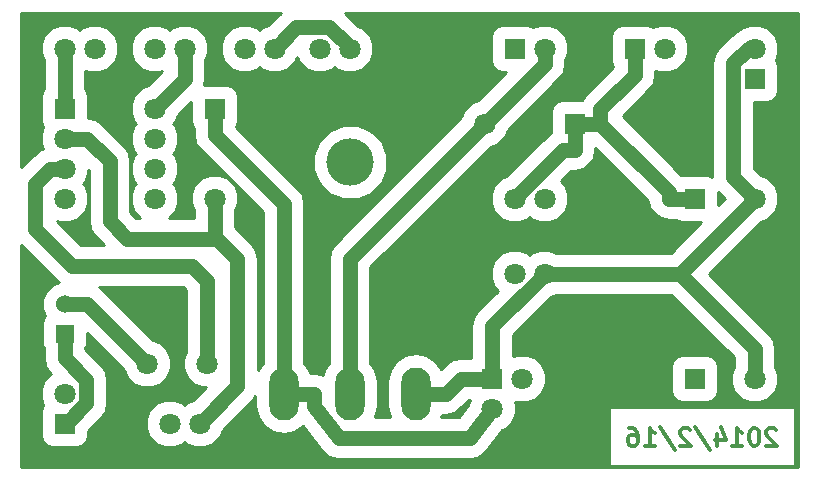
<source format=gbl>
G04 (created by PCBNEW (2013-jul-07)-stable) date 2014年08月03日 (週日) 20時36分34秒*
%MOIN*%
G04 Gerber Fmt 3.4, Leading zero omitted, Abs format*
%FSLAX34Y34*%
G01*
G70*
G90*
G04 APERTURE LIST*
%ADD10C,0.00590551*%
%ADD11C,0.0137795*%
%ADD12O,0.0984X0.1772*%
%ADD13C,0.1575*%
%ADD14R,0.06X0.06*%
%ADD15C,0.06*%
%ADD16R,0.07X0.07*%
%ADD17C,0.0708661*%
%ADD18R,0.0708661X0.0708661*%
%ADD19C,0.0511811*%
%ADD20C,0.01*%
G04 APERTURE END LIST*
G54D10*
G54D11*
X70724Y-49204D02*
X70696Y-49176D01*
X70640Y-49148D01*
X70499Y-49148D01*
X70443Y-49176D01*
X70415Y-49204D01*
X70387Y-49260D01*
X70387Y-49317D01*
X70415Y-49401D01*
X70752Y-49739D01*
X70387Y-49739D01*
X70021Y-49148D02*
X69965Y-49148D01*
X69909Y-49176D01*
X69881Y-49204D01*
X69852Y-49260D01*
X69824Y-49373D01*
X69824Y-49514D01*
X69852Y-49626D01*
X69881Y-49682D01*
X69909Y-49710D01*
X69965Y-49739D01*
X70021Y-49739D01*
X70077Y-49710D01*
X70106Y-49682D01*
X70134Y-49626D01*
X70162Y-49514D01*
X70162Y-49373D01*
X70134Y-49260D01*
X70106Y-49204D01*
X70077Y-49176D01*
X70021Y-49148D01*
X69262Y-49739D02*
X69599Y-49739D01*
X69431Y-49739D02*
X69431Y-49148D01*
X69487Y-49232D01*
X69543Y-49289D01*
X69599Y-49317D01*
X68756Y-49345D02*
X68756Y-49739D01*
X68896Y-49120D02*
X69037Y-49542D01*
X68671Y-49542D01*
X68025Y-49120D02*
X68531Y-49879D01*
X67856Y-49204D02*
X67828Y-49176D01*
X67771Y-49148D01*
X67631Y-49148D01*
X67575Y-49176D01*
X67546Y-49204D01*
X67518Y-49260D01*
X67518Y-49317D01*
X67546Y-49401D01*
X67884Y-49739D01*
X67518Y-49739D01*
X66843Y-49120D02*
X67350Y-49879D01*
X66337Y-49739D02*
X66675Y-49739D01*
X66506Y-49739D02*
X66506Y-49148D01*
X66562Y-49232D01*
X66618Y-49289D01*
X66675Y-49317D01*
X65831Y-49148D02*
X65944Y-49148D01*
X66000Y-49176D01*
X66028Y-49204D01*
X66084Y-49289D01*
X66112Y-49401D01*
X66112Y-49626D01*
X66084Y-49682D01*
X66056Y-49710D01*
X66000Y-49739D01*
X65887Y-49739D01*
X65831Y-49710D01*
X65803Y-49682D01*
X65775Y-49626D01*
X65775Y-49485D01*
X65803Y-49429D01*
X65831Y-49401D01*
X65887Y-49373D01*
X66000Y-49373D01*
X66056Y-49401D01*
X66084Y-49429D01*
X66112Y-49485D01*
G54D12*
X56500Y-48000D03*
X54300Y-48000D03*
X58700Y-48000D03*
G54D13*
X56525Y-40295D03*
G54D14*
X47000Y-46000D03*
G54D15*
X47000Y-45000D03*
G54D16*
X68000Y-41500D03*
G54D17*
X70000Y-41500D03*
G54D16*
X68000Y-47500D03*
G54D17*
X70000Y-47500D03*
G54D18*
X52000Y-38500D03*
G54D17*
X52000Y-41500D03*
G54D18*
X64000Y-39000D03*
G54D17*
X61000Y-39000D03*
G54D18*
X62000Y-36500D03*
G54D17*
X63000Y-36500D03*
G54D18*
X66000Y-36500D03*
G54D17*
X67000Y-36500D03*
X48000Y-36500D03*
X47000Y-36500D03*
X51500Y-49000D03*
X50500Y-49000D03*
X50000Y-36500D03*
X51000Y-36500D03*
X62000Y-41500D03*
X63000Y-41500D03*
X62000Y-44000D03*
X63000Y-44000D03*
G54D18*
X47000Y-38500D03*
G54D17*
X47000Y-39500D03*
X47000Y-40500D03*
X47000Y-41500D03*
X50000Y-41500D03*
X50000Y-40500D03*
X50000Y-39500D03*
X50000Y-38500D03*
G54D18*
X47000Y-49000D03*
G54D17*
X47000Y-48000D03*
G54D18*
X70000Y-37500D03*
G54D17*
X70000Y-36500D03*
X55500Y-36500D03*
X56500Y-36500D03*
X53000Y-36500D03*
X54000Y-36500D03*
X62250Y-47500D03*
G54D18*
X61250Y-47500D03*
G54D17*
X61250Y-48500D03*
X51750Y-47000D03*
X49750Y-47000D03*
G54D19*
X60203Y-47500D02*
X59703Y-48000D01*
X61250Y-47500D02*
X60203Y-47500D01*
X58700Y-48000D02*
X59703Y-48000D01*
X69289Y-40789D02*
X70000Y-41500D01*
X69289Y-36988D02*
X69289Y-40789D01*
X69777Y-36500D02*
X69289Y-36988D01*
X70000Y-36500D02*
X69777Y-36500D01*
X47750Y-45000D02*
X47000Y-45000D01*
X49750Y-47000D02*
X47750Y-45000D01*
X61250Y-45754D02*
X61250Y-47500D01*
X63000Y-44004D02*
X61250Y-45754D01*
X63000Y-44000D02*
X63000Y-44004D01*
X70000Y-46500D02*
X70000Y-47500D01*
X67500Y-44000D02*
X70000Y-46500D01*
X63000Y-44000D02*
X67500Y-44000D01*
X67500Y-44000D02*
X70000Y-41500D01*
X56500Y-36452D02*
X56500Y-36500D01*
X55827Y-35779D02*
X56500Y-36452D01*
X54720Y-35779D02*
X55827Y-35779D01*
X54000Y-36500D02*
X54720Y-35779D01*
X47722Y-47534D02*
X47000Y-46811D01*
X47000Y-46000D02*
X47000Y-46811D01*
X47000Y-49000D02*
X47043Y-49000D01*
X47043Y-49000D02*
X47722Y-48321D01*
X47722Y-48321D02*
X47722Y-47534D01*
X47000Y-40500D02*
X46500Y-40500D01*
X51750Y-45250D02*
X51750Y-47000D01*
X51750Y-44250D02*
X51750Y-45250D01*
X51250Y-43750D02*
X51750Y-44250D01*
X47250Y-43750D02*
X51250Y-43750D01*
X46000Y-42500D02*
X47250Y-43750D01*
X46000Y-41000D02*
X46000Y-42500D01*
X46500Y-40500D02*
X46000Y-41000D01*
X51000Y-37500D02*
X51000Y-36500D01*
X50000Y-38500D02*
X51000Y-37500D01*
X63602Y-39866D02*
X64000Y-39866D01*
X62000Y-41468D02*
X63602Y-39866D01*
X62000Y-41500D02*
X62000Y-41468D01*
X64000Y-39000D02*
X64000Y-39866D01*
X64866Y-38500D02*
X64866Y-39000D01*
X66000Y-37366D02*
X64866Y-38500D01*
X66000Y-36500D02*
X66000Y-37366D01*
X64000Y-39000D02*
X64433Y-39000D01*
X64433Y-39000D02*
X64866Y-39000D01*
X67138Y-41272D02*
X67138Y-41500D01*
X64866Y-39000D02*
X67138Y-41272D01*
X68000Y-41500D02*
X67138Y-41500D01*
X63000Y-37000D02*
X61000Y-39000D01*
X63000Y-36500D02*
X63000Y-37000D01*
X56500Y-43500D02*
X56500Y-48000D01*
X61000Y-39000D02*
X56500Y-43500D01*
X55303Y-48404D02*
X55303Y-48000D01*
X56145Y-49496D02*
X55303Y-48404D01*
X60503Y-49496D02*
X56145Y-49496D01*
X61250Y-48500D02*
X60503Y-49496D01*
X54300Y-48000D02*
X55303Y-48000D01*
X54300Y-41666D02*
X54300Y-48000D01*
X52000Y-39366D02*
X54300Y-41666D01*
X52000Y-38500D02*
X52000Y-39366D01*
X47000Y-38500D02*
X47000Y-36500D01*
X52000Y-42839D02*
X52089Y-42839D01*
X52750Y-47750D02*
X51500Y-49000D01*
X52750Y-43500D02*
X52750Y-47750D01*
X52089Y-42839D02*
X52750Y-43500D01*
X47000Y-39500D02*
X47750Y-39500D01*
X49089Y-42839D02*
X52000Y-42839D01*
X48500Y-42250D02*
X49089Y-42839D01*
X48500Y-40250D02*
X48500Y-42250D01*
X47750Y-39500D02*
X48500Y-40250D01*
X52000Y-41500D02*
X52000Y-42839D01*
G54D10*
G36*
X48311Y-43050D02*
X47539Y-43050D01*
X46749Y-42260D01*
X46840Y-42297D01*
X47158Y-42298D01*
X47451Y-42176D01*
X47676Y-41952D01*
X47797Y-41659D01*
X47798Y-41341D01*
X47676Y-41048D01*
X47628Y-41000D01*
X47676Y-40952D01*
X47797Y-40659D01*
X47797Y-40537D01*
X47800Y-40539D01*
X47800Y-42250D01*
X47853Y-42517D01*
X48005Y-42744D01*
X48311Y-43050D01*
X48311Y-43050D01*
G37*
G54D20*
X48311Y-43050D02*
X47539Y-43050D01*
X46749Y-42260D01*
X46840Y-42297D01*
X47158Y-42298D01*
X47451Y-42176D01*
X47676Y-41952D01*
X47797Y-41659D01*
X47798Y-41341D01*
X47676Y-41048D01*
X47628Y-41000D01*
X47676Y-40952D01*
X47797Y-40659D01*
X47797Y-40537D01*
X47800Y-40539D01*
X47800Y-42250D01*
X47853Y-42517D01*
X48005Y-42744D01*
X48311Y-43050D01*
G54D10*
G36*
X53600Y-46975D02*
X53449Y-47200D01*
X53449Y-43500D01*
X53396Y-43232D01*
X53396Y-43232D01*
X53244Y-43005D01*
X52699Y-42460D01*
X52699Y-41896D01*
X52797Y-41659D01*
X52798Y-41341D01*
X52676Y-41048D01*
X52452Y-40823D01*
X52159Y-40702D01*
X51841Y-40701D01*
X51548Y-40823D01*
X51323Y-41047D01*
X51202Y-41340D01*
X51201Y-41658D01*
X51300Y-41896D01*
X51300Y-42140D01*
X50488Y-42140D01*
X50676Y-41952D01*
X50797Y-41659D01*
X50798Y-41341D01*
X50676Y-41048D01*
X50628Y-41000D01*
X50676Y-40952D01*
X50797Y-40659D01*
X50798Y-40341D01*
X50676Y-40048D01*
X50628Y-40000D01*
X50676Y-39952D01*
X50797Y-39659D01*
X50798Y-39341D01*
X50676Y-39048D01*
X50628Y-39000D01*
X50676Y-38952D01*
X50775Y-38714D01*
X51201Y-38287D01*
X51201Y-38942D01*
X51269Y-39105D01*
X51300Y-39136D01*
X51300Y-39366D01*
X51353Y-39633D01*
X51505Y-39860D01*
X53600Y-41955D01*
X53600Y-46975D01*
X53600Y-46975D01*
G37*
G54D20*
X53600Y-46975D02*
X53449Y-47200D01*
X53449Y-43500D01*
X53396Y-43232D01*
X53396Y-43232D01*
X53244Y-43005D01*
X52699Y-42460D01*
X52699Y-41896D01*
X52797Y-41659D01*
X52798Y-41341D01*
X52676Y-41048D01*
X52452Y-40823D01*
X52159Y-40702D01*
X51841Y-40701D01*
X51548Y-40823D01*
X51323Y-41047D01*
X51202Y-41340D01*
X51201Y-41658D01*
X51300Y-41896D01*
X51300Y-42140D01*
X50488Y-42140D01*
X50676Y-41952D01*
X50797Y-41659D01*
X50798Y-41341D01*
X50676Y-41048D01*
X50628Y-41000D01*
X50676Y-40952D01*
X50797Y-40659D01*
X50798Y-40341D01*
X50676Y-40048D01*
X50628Y-40000D01*
X50676Y-39952D01*
X50797Y-39659D01*
X50798Y-39341D01*
X50676Y-39048D01*
X50628Y-39000D01*
X50676Y-38952D01*
X50775Y-38714D01*
X51201Y-38287D01*
X51201Y-38942D01*
X51269Y-39105D01*
X51300Y-39136D01*
X51300Y-39366D01*
X51353Y-39633D01*
X51505Y-39860D01*
X53600Y-41955D01*
X53600Y-46975D01*
G54D10*
G36*
X60510Y-48199D02*
X60452Y-48340D01*
X60452Y-48398D01*
X60153Y-48797D01*
X59551Y-48797D01*
X59564Y-48778D01*
X59580Y-48699D01*
X59703Y-48699D01*
X59971Y-48646D01*
X59971Y-48646D01*
X60198Y-48494D01*
X60493Y-48199D01*
X60510Y-48199D01*
X60510Y-48199D01*
G37*
G54D20*
X60510Y-48199D02*
X60452Y-48340D01*
X60452Y-48398D01*
X60153Y-48797D01*
X59551Y-48797D01*
X59564Y-48778D01*
X59580Y-48699D01*
X59703Y-48699D01*
X59971Y-48646D01*
X59971Y-48646D01*
X60198Y-48494D01*
X60493Y-48199D01*
X60510Y-48199D01*
G54D10*
G36*
X69010Y-41500D02*
X68793Y-41716D01*
X68793Y-41282D01*
X68794Y-41284D01*
X69010Y-41500D01*
X69010Y-41500D01*
G37*
G54D20*
X69010Y-41500D02*
X68793Y-41716D01*
X68793Y-41282D01*
X68794Y-41284D01*
X69010Y-41500D01*
G54D10*
G36*
X71450Y-50450D02*
X71349Y-50450D01*
X71349Y-50425D01*
X71349Y-48436D01*
X68793Y-48436D01*
X68793Y-47938D01*
X68793Y-47761D01*
X68793Y-47061D01*
X68726Y-46898D01*
X68601Y-46773D01*
X68438Y-46706D01*
X68261Y-46706D01*
X67561Y-46706D01*
X67398Y-46773D01*
X67273Y-46898D01*
X67206Y-47061D01*
X67206Y-47238D01*
X67206Y-47938D01*
X67273Y-48101D01*
X67398Y-48226D01*
X67561Y-48293D01*
X67738Y-48293D01*
X68438Y-48293D01*
X68601Y-48226D01*
X68726Y-48101D01*
X68793Y-47938D01*
X68793Y-48436D01*
X65150Y-48436D01*
X65150Y-50425D01*
X71349Y-50425D01*
X71349Y-50450D01*
X45550Y-50450D01*
X45550Y-43039D01*
X46755Y-44244D01*
X46803Y-44276D01*
X46579Y-44369D01*
X46369Y-44578D01*
X46256Y-44851D01*
X46256Y-45147D01*
X46364Y-45408D01*
X46323Y-45448D01*
X46256Y-45611D01*
X46256Y-45788D01*
X46256Y-46388D01*
X46300Y-46494D01*
X46300Y-46811D01*
X46353Y-47079D01*
X46505Y-47306D01*
X46535Y-47336D01*
X46323Y-47547D01*
X46202Y-47840D01*
X46201Y-48158D01*
X46290Y-48373D01*
X46269Y-48394D01*
X46201Y-48557D01*
X46201Y-48733D01*
X46201Y-49442D01*
X46269Y-49605D01*
X46394Y-49730D01*
X46557Y-49798D01*
X46733Y-49798D01*
X47442Y-49798D01*
X47605Y-49730D01*
X47730Y-49605D01*
X47798Y-49442D01*
X47798Y-49266D01*
X47798Y-49235D01*
X48217Y-48815D01*
X48217Y-48815D01*
X48217Y-48815D01*
X48293Y-48702D01*
X48369Y-48588D01*
X48369Y-48588D01*
X48422Y-48321D01*
X48422Y-48321D01*
X48422Y-48321D01*
X48422Y-47534D01*
X48369Y-47266D01*
X48369Y-47266D01*
X48217Y-47039D01*
X47699Y-46522D01*
X47699Y-46494D01*
X47743Y-46388D01*
X47743Y-46211D01*
X47743Y-45983D01*
X48975Y-47214D01*
X49073Y-47451D01*
X49297Y-47676D01*
X49590Y-47797D01*
X49908Y-47798D01*
X50201Y-47676D01*
X50426Y-47452D01*
X50547Y-47159D01*
X50548Y-46841D01*
X50426Y-46548D01*
X50202Y-46323D01*
X49964Y-46224D01*
X48244Y-44505D01*
X48161Y-44449D01*
X50960Y-44449D01*
X51050Y-44539D01*
X51050Y-45250D01*
X51050Y-46603D01*
X50952Y-46840D01*
X50951Y-47158D01*
X51073Y-47451D01*
X51297Y-47676D01*
X51590Y-47797D01*
X51712Y-47797D01*
X51285Y-48225D01*
X51048Y-48323D01*
X51000Y-48371D01*
X50952Y-48323D01*
X50659Y-48202D01*
X50341Y-48201D01*
X50048Y-48323D01*
X49823Y-48547D01*
X49702Y-48840D01*
X49701Y-49158D01*
X49823Y-49451D01*
X50047Y-49676D01*
X50340Y-49797D01*
X50658Y-49798D01*
X50951Y-49676D01*
X50999Y-49628D01*
X51047Y-49676D01*
X51340Y-49797D01*
X51658Y-49798D01*
X51951Y-49676D01*
X52176Y-49452D01*
X52275Y-49214D01*
X53244Y-48244D01*
X53364Y-48065D01*
X53364Y-48420D01*
X53435Y-48778D01*
X53638Y-49081D01*
X53941Y-49284D01*
X54300Y-49355D01*
X54658Y-49284D01*
X54948Y-49090D01*
X55591Y-49923D01*
X55625Y-49953D01*
X55650Y-49991D01*
X55727Y-50042D01*
X55797Y-50103D01*
X55840Y-50117D01*
X55877Y-50143D01*
X55968Y-50161D01*
X56055Y-50190D01*
X56101Y-50187D01*
X56145Y-50196D01*
X60503Y-50196D01*
X60552Y-50186D01*
X60602Y-50189D01*
X60685Y-50160D01*
X60771Y-50143D01*
X60812Y-50115D01*
X60860Y-50098D01*
X60925Y-50039D01*
X60998Y-49991D01*
X61025Y-49949D01*
X61063Y-49916D01*
X61579Y-49227D01*
X61701Y-49176D01*
X61926Y-48952D01*
X62047Y-48659D01*
X62048Y-48341D01*
X62017Y-48267D01*
X62090Y-48297D01*
X62408Y-48298D01*
X62701Y-48176D01*
X62926Y-47952D01*
X63047Y-47659D01*
X63048Y-47341D01*
X62926Y-47048D01*
X62702Y-46823D01*
X62409Y-46702D01*
X62091Y-46701D01*
X61949Y-46760D01*
X61949Y-46044D01*
X63222Y-44771D01*
X63396Y-44699D01*
X67210Y-44699D01*
X69300Y-46789D01*
X69300Y-47103D01*
X69202Y-47340D01*
X69201Y-47658D01*
X69323Y-47951D01*
X69547Y-48176D01*
X69840Y-48297D01*
X70158Y-48298D01*
X70451Y-48176D01*
X70676Y-47952D01*
X70797Y-47659D01*
X70798Y-47341D01*
X70699Y-47103D01*
X70699Y-46500D01*
X70646Y-46232D01*
X70646Y-46232D01*
X70494Y-46005D01*
X68489Y-44000D01*
X70214Y-42274D01*
X70451Y-42176D01*
X70676Y-41952D01*
X70797Y-41659D01*
X70798Y-41341D01*
X70676Y-41048D01*
X70452Y-40823D01*
X70214Y-40724D01*
X69989Y-40499D01*
X69989Y-38298D01*
X70442Y-38298D01*
X70605Y-38230D01*
X70730Y-38105D01*
X70798Y-37942D01*
X70798Y-37766D01*
X70798Y-37057D01*
X70730Y-36894D01*
X70709Y-36873D01*
X70797Y-36659D01*
X70798Y-36341D01*
X70676Y-36048D01*
X70452Y-35823D01*
X70159Y-35702D01*
X69841Y-35701D01*
X69548Y-35823D01*
X69519Y-35851D01*
X69510Y-35853D01*
X69283Y-36005D01*
X69283Y-36005D01*
X68794Y-36493D01*
X68643Y-36720D01*
X68590Y-36988D01*
X68590Y-40769D01*
X68438Y-40706D01*
X68261Y-40706D01*
X67561Y-40706D01*
X65605Y-38750D01*
X66494Y-37860D01*
X66646Y-37633D01*
X66646Y-37633D01*
X66699Y-37366D01*
X66699Y-37239D01*
X66840Y-37297D01*
X67158Y-37298D01*
X67451Y-37176D01*
X67676Y-36952D01*
X67797Y-36659D01*
X67798Y-36341D01*
X67676Y-36048D01*
X67452Y-35823D01*
X67159Y-35702D01*
X66841Y-35701D01*
X66626Y-35790D01*
X66605Y-35769D01*
X66442Y-35701D01*
X66266Y-35701D01*
X65557Y-35701D01*
X65394Y-35769D01*
X65269Y-35894D01*
X65201Y-36057D01*
X65201Y-36233D01*
X65201Y-36942D01*
X65269Y-37105D01*
X65270Y-37106D01*
X64371Y-38005D01*
X64240Y-38201D01*
X63557Y-38201D01*
X63394Y-38269D01*
X63269Y-38394D01*
X63201Y-38557D01*
X63201Y-38733D01*
X63201Y-39308D01*
X63107Y-39371D01*
X61732Y-40747D01*
X61548Y-40823D01*
X61323Y-41047D01*
X61202Y-41340D01*
X61201Y-41658D01*
X61323Y-41951D01*
X61547Y-42176D01*
X61840Y-42297D01*
X62158Y-42298D01*
X62451Y-42176D01*
X62499Y-42128D01*
X62547Y-42176D01*
X62840Y-42297D01*
X63158Y-42298D01*
X63451Y-42176D01*
X63676Y-41952D01*
X63797Y-41659D01*
X63798Y-41341D01*
X63676Y-41048D01*
X63543Y-40914D01*
X63892Y-40565D01*
X64000Y-40565D01*
X64267Y-40512D01*
X64494Y-40360D01*
X64646Y-40133D01*
X64699Y-39866D01*
X64699Y-39822D01*
X66453Y-41577D01*
X66491Y-41767D01*
X66643Y-41994D01*
X66870Y-42146D01*
X67138Y-42199D01*
X67372Y-42199D01*
X67398Y-42226D01*
X67561Y-42293D01*
X67738Y-42293D01*
X68216Y-42293D01*
X67210Y-43300D01*
X63396Y-43300D01*
X63159Y-43202D01*
X62841Y-43201D01*
X62548Y-43323D01*
X62500Y-43371D01*
X62452Y-43323D01*
X62159Y-43202D01*
X61841Y-43201D01*
X61548Y-43323D01*
X61323Y-43547D01*
X61202Y-43840D01*
X61201Y-44158D01*
X61323Y-44451D01*
X61443Y-44571D01*
X60755Y-45260D01*
X60603Y-45486D01*
X60550Y-45754D01*
X60550Y-46800D01*
X60203Y-46800D01*
X59936Y-46853D01*
X59709Y-47005D01*
X59535Y-47178D01*
X59361Y-46918D01*
X59058Y-46715D01*
X58700Y-46644D01*
X58341Y-46715D01*
X58038Y-46918D01*
X57835Y-47221D01*
X57764Y-47579D01*
X57764Y-48420D01*
X57835Y-48778D01*
X57848Y-48797D01*
X57351Y-48797D01*
X57364Y-48778D01*
X57435Y-48420D01*
X57435Y-47579D01*
X57364Y-47221D01*
X57199Y-46975D01*
X57199Y-43789D01*
X61214Y-39774D01*
X61451Y-39676D01*
X61676Y-39452D01*
X61775Y-39214D01*
X63494Y-37494D01*
X63646Y-37267D01*
X63646Y-37267D01*
X63699Y-37000D01*
X63699Y-36896D01*
X63797Y-36659D01*
X63798Y-36341D01*
X63676Y-36048D01*
X63452Y-35823D01*
X63159Y-35702D01*
X62841Y-35701D01*
X62626Y-35790D01*
X62605Y-35769D01*
X62442Y-35701D01*
X62266Y-35701D01*
X61557Y-35701D01*
X61394Y-35769D01*
X61269Y-35894D01*
X61201Y-36057D01*
X61201Y-36233D01*
X61201Y-36942D01*
X61269Y-37105D01*
X61394Y-37230D01*
X61557Y-37298D01*
X61712Y-37298D01*
X60785Y-38225D01*
X60548Y-38323D01*
X60323Y-38547D01*
X60224Y-38785D01*
X57756Y-41254D01*
X57756Y-40051D01*
X57569Y-39598D01*
X57223Y-39251D01*
X56770Y-39064D01*
X56281Y-39063D01*
X55828Y-39250D01*
X55481Y-39596D01*
X55294Y-40049D01*
X55293Y-40538D01*
X55480Y-40991D01*
X55826Y-41338D01*
X56279Y-41525D01*
X56768Y-41526D01*
X57221Y-41339D01*
X57568Y-40993D01*
X57755Y-40540D01*
X57756Y-40051D01*
X57756Y-41254D01*
X56005Y-43005D01*
X55853Y-43232D01*
X55800Y-43500D01*
X55800Y-46975D01*
X55635Y-47221D01*
X55604Y-47375D01*
X55571Y-47353D01*
X55303Y-47300D01*
X55180Y-47300D01*
X55164Y-47221D01*
X54999Y-46975D01*
X54999Y-41666D01*
X54999Y-41666D01*
X54999Y-41666D01*
X54946Y-41398D01*
X54946Y-41398D01*
X54870Y-41284D01*
X54794Y-41171D01*
X54794Y-41171D01*
X54794Y-41171D01*
X52729Y-39106D01*
X52730Y-39105D01*
X52798Y-38942D01*
X52798Y-38766D01*
X52798Y-38057D01*
X52730Y-37894D01*
X52605Y-37769D01*
X52442Y-37701D01*
X52266Y-37701D01*
X51659Y-37701D01*
X51699Y-37500D01*
X51699Y-36896D01*
X51797Y-36659D01*
X51798Y-36341D01*
X51676Y-36048D01*
X51452Y-35823D01*
X51159Y-35702D01*
X50841Y-35701D01*
X50548Y-35823D01*
X50500Y-35871D01*
X50452Y-35823D01*
X50159Y-35702D01*
X49841Y-35701D01*
X49548Y-35823D01*
X49323Y-36047D01*
X49202Y-36340D01*
X49201Y-36658D01*
X49323Y-36951D01*
X49547Y-37176D01*
X49840Y-37297D01*
X50158Y-37298D01*
X50250Y-37259D01*
X49785Y-37725D01*
X49548Y-37823D01*
X49323Y-38047D01*
X49202Y-38340D01*
X49201Y-38658D01*
X49323Y-38951D01*
X49371Y-38999D01*
X49323Y-39047D01*
X49202Y-39340D01*
X49201Y-39658D01*
X49323Y-39951D01*
X49371Y-39999D01*
X49323Y-40047D01*
X49202Y-40340D01*
X49201Y-40658D01*
X49323Y-40951D01*
X49371Y-40999D01*
X49323Y-41047D01*
X49202Y-41340D01*
X49201Y-41658D01*
X49323Y-41951D01*
X49511Y-42140D01*
X49379Y-42140D01*
X49199Y-41960D01*
X49199Y-40250D01*
X49146Y-39982D01*
X49146Y-39982D01*
X48994Y-39755D01*
X48244Y-39005D01*
X48017Y-38853D01*
X47798Y-38809D01*
X47798Y-38766D01*
X47798Y-38057D01*
X47730Y-37894D01*
X47699Y-37863D01*
X47699Y-37239D01*
X47840Y-37297D01*
X48158Y-37298D01*
X48451Y-37176D01*
X48676Y-36952D01*
X48797Y-36659D01*
X48798Y-36341D01*
X48676Y-36048D01*
X48452Y-35823D01*
X48159Y-35702D01*
X47841Y-35701D01*
X47548Y-35823D01*
X47500Y-35871D01*
X47452Y-35823D01*
X47159Y-35702D01*
X46841Y-35701D01*
X46548Y-35823D01*
X46323Y-36047D01*
X46202Y-36340D01*
X46201Y-36658D01*
X46300Y-36896D01*
X46300Y-37863D01*
X46269Y-37894D01*
X46201Y-38057D01*
X46201Y-38233D01*
X46201Y-38942D01*
X46269Y-39105D01*
X46290Y-39126D01*
X46202Y-39340D01*
X46201Y-39658D01*
X46278Y-39844D01*
X46278Y-39844D01*
X46232Y-39853D01*
X46005Y-40005D01*
X45550Y-40460D01*
X45550Y-35300D01*
X54210Y-35300D01*
X53785Y-35725D01*
X53548Y-35823D01*
X53500Y-35871D01*
X53452Y-35823D01*
X53159Y-35702D01*
X52841Y-35701D01*
X52548Y-35823D01*
X52323Y-36047D01*
X52202Y-36340D01*
X52201Y-36658D01*
X52323Y-36951D01*
X52547Y-37176D01*
X52840Y-37297D01*
X53158Y-37298D01*
X53451Y-37176D01*
X53499Y-37128D01*
X53547Y-37176D01*
X53840Y-37297D01*
X54158Y-37298D01*
X54451Y-37176D01*
X54676Y-36952D01*
X54750Y-36774D01*
X54823Y-36951D01*
X55047Y-37176D01*
X55340Y-37297D01*
X55658Y-37298D01*
X55951Y-37176D01*
X55999Y-37128D01*
X56047Y-37176D01*
X56340Y-37297D01*
X56658Y-37298D01*
X56951Y-37176D01*
X57176Y-36952D01*
X57297Y-36659D01*
X57298Y-36341D01*
X57176Y-36048D01*
X56952Y-35823D01*
X56796Y-35758D01*
X56337Y-35300D01*
X71450Y-35300D01*
X71450Y-50450D01*
X71450Y-50450D01*
G37*
G54D20*
X71450Y-50450D02*
X71349Y-50450D01*
X71349Y-50425D01*
X71349Y-48436D01*
X68793Y-48436D01*
X68793Y-47938D01*
X68793Y-47761D01*
X68793Y-47061D01*
X68726Y-46898D01*
X68601Y-46773D01*
X68438Y-46706D01*
X68261Y-46706D01*
X67561Y-46706D01*
X67398Y-46773D01*
X67273Y-46898D01*
X67206Y-47061D01*
X67206Y-47238D01*
X67206Y-47938D01*
X67273Y-48101D01*
X67398Y-48226D01*
X67561Y-48293D01*
X67738Y-48293D01*
X68438Y-48293D01*
X68601Y-48226D01*
X68726Y-48101D01*
X68793Y-47938D01*
X68793Y-48436D01*
X65150Y-48436D01*
X65150Y-50425D01*
X71349Y-50425D01*
X71349Y-50450D01*
X45550Y-50450D01*
X45550Y-43039D01*
X46755Y-44244D01*
X46803Y-44276D01*
X46579Y-44369D01*
X46369Y-44578D01*
X46256Y-44851D01*
X46256Y-45147D01*
X46364Y-45408D01*
X46323Y-45448D01*
X46256Y-45611D01*
X46256Y-45788D01*
X46256Y-46388D01*
X46300Y-46494D01*
X46300Y-46811D01*
X46353Y-47079D01*
X46505Y-47306D01*
X46535Y-47336D01*
X46323Y-47547D01*
X46202Y-47840D01*
X46201Y-48158D01*
X46290Y-48373D01*
X46269Y-48394D01*
X46201Y-48557D01*
X46201Y-48733D01*
X46201Y-49442D01*
X46269Y-49605D01*
X46394Y-49730D01*
X46557Y-49798D01*
X46733Y-49798D01*
X47442Y-49798D01*
X47605Y-49730D01*
X47730Y-49605D01*
X47798Y-49442D01*
X47798Y-49266D01*
X47798Y-49235D01*
X48217Y-48815D01*
X48217Y-48815D01*
X48217Y-48815D01*
X48293Y-48702D01*
X48369Y-48588D01*
X48369Y-48588D01*
X48422Y-48321D01*
X48422Y-48321D01*
X48422Y-48321D01*
X48422Y-47534D01*
X48369Y-47266D01*
X48369Y-47266D01*
X48217Y-47039D01*
X47699Y-46522D01*
X47699Y-46494D01*
X47743Y-46388D01*
X47743Y-46211D01*
X47743Y-45983D01*
X48975Y-47214D01*
X49073Y-47451D01*
X49297Y-47676D01*
X49590Y-47797D01*
X49908Y-47798D01*
X50201Y-47676D01*
X50426Y-47452D01*
X50547Y-47159D01*
X50548Y-46841D01*
X50426Y-46548D01*
X50202Y-46323D01*
X49964Y-46224D01*
X48244Y-44505D01*
X48161Y-44449D01*
X50960Y-44449D01*
X51050Y-44539D01*
X51050Y-45250D01*
X51050Y-46603D01*
X50952Y-46840D01*
X50951Y-47158D01*
X51073Y-47451D01*
X51297Y-47676D01*
X51590Y-47797D01*
X51712Y-47797D01*
X51285Y-48225D01*
X51048Y-48323D01*
X51000Y-48371D01*
X50952Y-48323D01*
X50659Y-48202D01*
X50341Y-48201D01*
X50048Y-48323D01*
X49823Y-48547D01*
X49702Y-48840D01*
X49701Y-49158D01*
X49823Y-49451D01*
X50047Y-49676D01*
X50340Y-49797D01*
X50658Y-49798D01*
X50951Y-49676D01*
X50999Y-49628D01*
X51047Y-49676D01*
X51340Y-49797D01*
X51658Y-49798D01*
X51951Y-49676D01*
X52176Y-49452D01*
X52275Y-49214D01*
X53244Y-48244D01*
X53364Y-48065D01*
X53364Y-48420D01*
X53435Y-48778D01*
X53638Y-49081D01*
X53941Y-49284D01*
X54300Y-49355D01*
X54658Y-49284D01*
X54948Y-49090D01*
X55591Y-49923D01*
X55625Y-49953D01*
X55650Y-49991D01*
X55727Y-50042D01*
X55797Y-50103D01*
X55840Y-50117D01*
X55877Y-50143D01*
X55968Y-50161D01*
X56055Y-50190D01*
X56101Y-50187D01*
X56145Y-50196D01*
X60503Y-50196D01*
X60552Y-50186D01*
X60602Y-50189D01*
X60685Y-50160D01*
X60771Y-50143D01*
X60812Y-50115D01*
X60860Y-50098D01*
X60925Y-50039D01*
X60998Y-49991D01*
X61025Y-49949D01*
X61063Y-49916D01*
X61579Y-49227D01*
X61701Y-49176D01*
X61926Y-48952D01*
X62047Y-48659D01*
X62048Y-48341D01*
X62017Y-48267D01*
X62090Y-48297D01*
X62408Y-48298D01*
X62701Y-48176D01*
X62926Y-47952D01*
X63047Y-47659D01*
X63048Y-47341D01*
X62926Y-47048D01*
X62702Y-46823D01*
X62409Y-46702D01*
X62091Y-46701D01*
X61949Y-46760D01*
X61949Y-46044D01*
X63222Y-44771D01*
X63396Y-44699D01*
X67210Y-44699D01*
X69300Y-46789D01*
X69300Y-47103D01*
X69202Y-47340D01*
X69201Y-47658D01*
X69323Y-47951D01*
X69547Y-48176D01*
X69840Y-48297D01*
X70158Y-48298D01*
X70451Y-48176D01*
X70676Y-47952D01*
X70797Y-47659D01*
X70798Y-47341D01*
X70699Y-47103D01*
X70699Y-46500D01*
X70646Y-46232D01*
X70646Y-46232D01*
X70494Y-46005D01*
X68489Y-44000D01*
X70214Y-42274D01*
X70451Y-42176D01*
X70676Y-41952D01*
X70797Y-41659D01*
X70798Y-41341D01*
X70676Y-41048D01*
X70452Y-40823D01*
X70214Y-40724D01*
X69989Y-40499D01*
X69989Y-38298D01*
X70442Y-38298D01*
X70605Y-38230D01*
X70730Y-38105D01*
X70798Y-37942D01*
X70798Y-37766D01*
X70798Y-37057D01*
X70730Y-36894D01*
X70709Y-36873D01*
X70797Y-36659D01*
X70798Y-36341D01*
X70676Y-36048D01*
X70452Y-35823D01*
X70159Y-35702D01*
X69841Y-35701D01*
X69548Y-35823D01*
X69519Y-35851D01*
X69510Y-35853D01*
X69283Y-36005D01*
X69283Y-36005D01*
X68794Y-36493D01*
X68643Y-36720D01*
X68590Y-36988D01*
X68590Y-40769D01*
X68438Y-40706D01*
X68261Y-40706D01*
X67561Y-40706D01*
X65605Y-38750D01*
X66494Y-37860D01*
X66646Y-37633D01*
X66646Y-37633D01*
X66699Y-37366D01*
X66699Y-37239D01*
X66840Y-37297D01*
X67158Y-37298D01*
X67451Y-37176D01*
X67676Y-36952D01*
X67797Y-36659D01*
X67798Y-36341D01*
X67676Y-36048D01*
X67452Y-35823D01*
X67159Y-35702D01*
X66841Y-35701D01*
X66626Y-35790D01*
X66605Y-35769D01*
X66442Y-35701D01*
X66266Y-35701D01*
X65557Y-35701D01*
X65394Y-35769D01*
X65269Y-35894D01*
X65201Y-36057D01*
X65201Y-36233D01*
X65201Y-36942D01*
X65269Y-37105D01*
X65270Y-37106D01*
X64371Y-38005D01*
X64240Y-38201D01*
X63557Y-38201D01*
X63394Y-38269D01*
X63269Y-38394D01*
X63201Y-38557D01*
X63201Y-38733D01*
X63201Y-39308D01*
X63107Y-39371D01*
X61732Y-40747D01*
X61548Y-40823D01*
X61323Y-41047D01*
X61202Y-41340D01*
X61201Y-41658D01*
X61323Y-41951D01*
X61547Y-42176D01*
X61840Y-42297D01*
X62158Y-42298D01*
X62451Y-42176D01*
X62499Y-42128D01*
X62547Y-42176D01*
X62840Y-42297D01*
X63158Y-42298D01*
X63451Y-42176D01*
X63676Y-41952D01*
X63797Y-41659D01*
X63798Y-41341D01*
X63676Y-41048D01*
X63543Y-40914D01*
X63892Y-40565D01*
X64000Y-40565D01*
X64267Y-40512D01*
X64494Y-40360D01*
X64646Y-40133D01*
X64699Y-39866D01*
X64699Y-39822D01*
X66453Y-41577D01*
X66491Y-41767D01*
X66643Y-41994D01*
X66870Y-42146D01*
X67138Y-42199D01*
X67372Y-42199D01*
X67398Y-42226D01*
X67561Y-42293D01*
X67738Y-42293D01*
X68216Y-42293D01*
X67210Y-43300D01*
X63396Y-43300D01*
X63159Y-43202D01*
X62841Y-43201D01*
X62548Y-43323D01*
X62500Y-43371D01*
X62452Y-43323D01*
X62159Y-43202D01*
X61841Y-43201D01*
X61548Y-43323D01*
X61323Y-43547D01*
X61202Y-43840D01*
X61201Y-44158D01*
X61323Y-44451D01*
X61443Y-44571D01*
X60755Y-45260D01*
X60603Y-45486D01*
X60550Y-45754D01*
X60550Y-46800D01*
X60203Y-46800D01*
X59936Y-46853D01*
X59709Y-47005D01*
X59535Y-47178D01*
X59361Y-46918D01*
X59058Y-46715D01*
X58700Y-46644D01*
X58341Y-46715D01*
X58038Y-46918D01*
X57835Y-47221D01*
X57764Y-47579D01*
X57764Y-48420D01*
X57835Y-48778D01*
X57848Y-48797D01*
X57351Y-48797D01*
X57364Y-48778D01*
X57435Y-48420D01*
X57435Y-47579D01*
X57364Y-47221D01*
X57199Y-46975D01*
X57199Y-43789D01*
X61214Y-39774D01*
X61451Y-39676D01*
X61676Y-39452D01*
X61775Y-39214D01*
X63494Y-37494D01*
X63646Y-37267D01*
X63646Y-37267D01*
X63699Y-37000D01*
X63699Y-36896D01*
X63797Y-36659D01*
X63798Y-36341D01*
X63676Y-36048D01*
X63452Y-35823D01*
X63159Y-35702D01*
X62841Y-35701D01*
X62626Y-35790D01*
X62605Y-35769D01*
X62442Y-35701D01*
X62266Y-35701D01*
X61557Y-35701D01*
X61394Y-35769D01*
X61269Y-35894D01*
X61201Y-36057D01*
X61201Y-36233D01*
X61201Y-36942D01*
X61269Y-37105D01*
X61394Y-37230D01*
X61557Y-37298D01*
X61712Y-37298D01*
X60785Y-38225D01*
X60548Y-38323D01*
X60323Y-38547D01*
X60224Y-38785D01*
X57756Y-41254D01*
X57756Y-40051D01*
X57569Y-39598D01*
X57223Y-39251D01*
X56770Y-39064D01*
X56281Y-39063D01*
X55828Y-39250D01*
X55481Y-39596D01*
X55294Y-40049D01*
X55293Y-40538D01*
X55480Y-40991D01*
X55826Y-41338D01*
X56279Y-41525D01*
X56768Y-41526D01*
X57221Y-41339D01*
X57568Y-40993D01*
X57755Y-40540D01*
X57756Y-40051D01*
X57756Y-41254D01*
X56005Y-43005D01*
X55853Y-43232D01*
X55800Y-43500D01*
X55800Y-46975D01*
X55635Y-47221D01*
X55604Y-47375D01*
X55571Y-47353D01*
X55303Y-47300D01*
X55180Y-47300D01*
X55164Y-47221D01*
X54999Y-46975D01*
X54999Y-41666D01*
X54999Y-41666D01*
X54999Y-41666D01*
X54946Y-41398D01*
X54946Y-41398D01*
X54870Y-41284D01*
X54794Y-41171D01*
X54794Y-41171D01*
X54794Y-41171D01*
X52729Y-39106D01*
X52730Y-39105D01*
X52798Y-38942D01*
X52798Y-38766D01*
X52798Y-38057D01*
X52730Y-37894D01*
X52605Y-37769D01*
X52442Y-37701D01*
X52266Y-37701D01*
X51659Y-37701D01*
X51699Y-37500D01*
X51699Y-36896D01*
X51797Y-36659D01*
X51798Y-36341D01*
X51676Y-36048D01*
X51452Y-35823D01*
X51159Y-35702D01*
X50841Y-35701D01*
X50548Y-35823D01*
X50500Y-35871D01*
X50452Y-35823D01*
X50159Y-35702D01*
X49841Y-35701D01*
X49548Y-35823D01*
X49323Y-36047D01*
X49202Y-36340D01*
X49201Y-36658D01*
X49323Y-36951D01*
X49547Y-37176D01*
X49840Y-37297D01*
X50158Y-37298D01*
X50250Y-37259D01*
X49785Y-37725D01*
X49548Y-37823D01*
X49323Y-38047D01*
X49202Y-38340D01*
X49201Y-38658D01*
X49323Y-38951D01*
X49371Y-38999D01*
X49323Y-39047D01*
X49202Y-39340D01*
X49201Y-39658D01*
X49323Y-39951D01*
X49371Y-39999D01*
X49323Y-40047D01*
X49202Y-40340D01*
X49201Y-40658D01*
X49323Y-40951D01*
X49371Y-40999D01*
X49323Y-41047D01*
X49202Y-41340D01*
X49201Y-41658D01*
X49323Y-41951D01*
X49511Y-42140D01*
X49379Y-42140D01*
X49199Y-41960D01*
X49199Y-40250D01*
X49146Y-39982D01*
X49146Y-39982D01*
X48994Y-39755D01*
X48244Y-39005D01*
X48017Y-38853D01*
X47798Y-38809D01*
X47798Y-38766D01*
X47798Y-38057D01*
X47730Y-37894D01*
X47699Y-37863D01*
X47699Y-37239D01*
X47840Y-37297D01*
X48158Y-37298D01*
X48451Y-37176D01*
X48676Y-36952D01*
X48797Y-36659D01*
X48798Y-36341D01*
X48676Y-36048D01*
X48452Y-35823D01*
X48159Y-35702D01*
X47841Y-35701D01*
X47548Y-35823D01*
X47500Y-35871D01*
X47452Y-35823D01*
X47159Y-35702D01*
X46841Y-35701D01*
X46548Y-35823D01*
X46323Y-36047D01*
X46202Y-36340D01*
X46201Y-36658D01*
X46300Y-36896D01*
X46300Y-37863D01*
X46269Y-37894D01*
X46201Y-38057D01*
X46201Y-38233D01*
X46201Y-38942D01*
X46269Y-39105D01*
X46290Y-39126D01*
X46202Y-39340D01*
X46201Y-39658D01*
X46278Y-39844D01*
X46278Y-39844D01*
X46232Y-39853D01*
X46005Y-40005D01*
X45550Y-40460D01*
X45550Y-35300D01*
X54210Y-35300D01*
X53785Y-35725D01*
X53548Y-35823D01*
X53500Y-35871D01*
X53452Y-35823D01*
X53159Y-35702D01*
X52841Y-35701D01*
X52548Y-35823D01*
X52323Y-36047D01*
X52202Y-36340D01*
X52201Y-36658D01*
X52323Y-36951D01*
X52547Y-37176D01*
X52840Y-37297D01*
X53158Y-37298D01*
X53451Y-37176D01*
X53499Y-37128D01*
X53547Y-37176D01*
X53840Y-37297D01*
X54158Y-37298D01*
X54451Y-37176D01*
X54676Y-36952D01*
X54750Y-36774D01*
X54823Y-36951D01*
X55047Y-37176D01*
X55340Y-37297D01*
X55658Y-37298D01*
X55951Y-37176D01*
X55999Y-37128D01*
X56047Y-37176D01*
X56340Y-37297D01*
X56658Y-37298D01*
X56951Y-37176D01*
X57176Y-36952D01*
X57297Y-36659D01*
X57298Y-36341D01*
X57176Y-36048D01*
X56952Y-35823D01*
X56796Y-35758D01*
X56337Y-35300D01*
X71450Y-35300D01*
X71450Y-50450D01*
M02*

</source>
